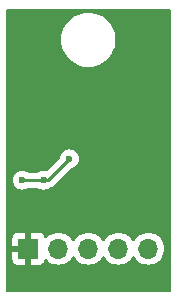
<source format=gbr>
%TF.GenerationSoftware,KiCad,Pcbnew,8.0.4-8.0.4-0~ubuntu22.04.1*%
%TF.CreationDate,2024-08-06T19:19:49+09:30*%
%TF.ProjectId,apds9306-65_breakout-board,61706473-3933-4303-962d-36355f627265,1.0*%
%TF.SameCoordinates,Original*%
%TF.FileFunction,Copper,L2,Bot*%
%TF.FilePolarity,Positive*%
%FSLAX46Y46*%
G04 Gerber Fmt 4.6, Leading zero omitted, Abs format (unit mm)*
G04 Created by KiCad (PCBNEW 8.0.4-8.0.4-0~ubuntu22.04.1) date 2024-08-06 19:19:49*
%MOMM*%
%LPD*%
G01*
G04 APERTURE LIST*
%TA.AperFunction,ComponentPad*%
%ADD10O,1.700000X1.700000*%
%TD*%
%TA.AperFunction,ComponentPad*%
%ADD11R,1.700000X1.700000*%
%TD*%
%TA.AperFunction,ViaPad*%
%ADD12C,0.600000*%
%TD*%
%TA.AperFunction,Conductor*%
%ADD13C,0.254000*%
%TD*%
G04 APERTURE END LIST*
D10*
%TO.P,J1,5,Pin_5*%
%TO.N,/~{INT}*%
X147160000Y-115180000D03*
%TO.P,J1,4,Pin_4*%
%TO.N,/SDA*%
X144620000Y-115180000D03*
%TO.P,J1,3,Pin_3*%
%TO.N,/SCL*%
X142080000Y-115180000D03*
%TO.P,J1,2,Pin_2*%
%TO.N,+3.3V*%
X139540000Y-115180000D03*
D11*
%TO.P,J1,1,Pin_1*%
%TO.N,GND*%
X137000000Y-115180000D03*
%TD*%
D12*
%TO.N,GND*%
X144580000Y-102380000D03*
X139480000Y-102380000D03*
X147580000Y-97480000D03*
X136580000Y-97380000D03*
%TO.N,+3.3V*%
X140480000Y-107580000D03*
%TO.N,GND*%
X143880000Y-109580000D03*
X145680000Y-104780000D03*
%TO.N,+3.3V*%
X136480000Y-109380000D03*
X138280000Y-109380000D03*
%TD*%
D13*
%TO.N,+3.3V*%
X138280000Y-109380000D02*
X138680000Y-109380000D01*
X138680000Y-109380000D02*
X140480000Y-107580000D01*
X136480000Y-109380000D02*
X138280000Y-109380000D01*
%TD*%
%TA.AperFunction,Conductor*%
%TO.N,GND*%
G36*
X149022539Y-94900185D02*
G01*
X149068294Y-94952989D01*
X149079500Y-95004500D01*
X149079500Y-118755500D01*
X149059815Y-118822539D01*
X149007011Y-118868294D01*
X148955500Y-118879500D01*
X135204500Y-118879500D01*
X135137461Y-118859815D01*
X135091706Y-118807011D01*
X135080500Y-118755500D01*
X135080500Y-114282155D01*
X135650000Y-114282155D01*
X135650000Y-114930000D01*
X136566988Y-114930000D01*
X136534075Y-114987007D01*
X136500000Y-115114174D01*
X136500000Y-115245826D01*
X136534075Y-115372993D01*
X136566988Y-115430000D01*
X135650000Y-115430000D01*
X135650000Y-116077844D01*
X135656401Y-116137372D01*
X135656403Y-116137379D01*
X135706645Y-116272086D01*
X135706649Y-116272093D01*
X135792809Y-116387187D01*
X135792812Y-116387190D01*
X135907906Y-116473350D01*
X135907913Y-116473354D01*
X136042620Y-116523596D01*
X136042627Y-116523598D01*
X136102155Y-116529999D01*
X136102172Y-116530000D01*
X136750000Y-116530000D01*
X136750000Y-115613012D01*
X136807007Y-115645925D01*
X136934174Y-115680000D01*
X137065826Y-115680000D01*
X137192993Y-115645925D01*
X137250000Y-115613012D01*
X137250000Y-116530000D01*
X137897828Y-116530000D01*
X137897844Y-116529999D01*
X137957372Y-116523598D01*
X137957379Y-116523596D01*
X138092086Y-116473354D01*
X138092093Y-116473350D01*
X138207187Y-116387190D01*
X138207190Y-116387187D01*
X138293350Y-116272093D01*
X138293354Y-116272086D01*
X138342422Y-116140529D01*
X138384293Y-116084595D01*
X138449757Y-116060178D01*
X138518030Y-116075030D01*
X138546285Y-116096181D01*
X138668599Y-116218495D01*
X138745135Y-116272086D01*
X138862165Y-116354032D01*
X138862167Y-116354033D01*
X138862170Y-116354035D01*
X139076337Y-116453903D01*
X139304592Y-116515063D01*
X139475319Y-116530000D01*
X139539999Y-116535659D01*
X139540000Y-116535659D01*
X139540001Y-116535659D01*
X139604681Y-116530000D01*
X139775408Y-116515063D01*
X140003663Y-116453903D01*
X140217830Y-116354035D01*
X140411401Y-116218495D01*
X140578495Y-116051401D01*
X140708425Y-115865842D01*
X140763002Y-115822217D01*
X140832500Y-115815023D01*
X140894855Y-115846546D01*
X140911575Y-115865842D01*
X141041500Y-116051395D01*
X141041505Y-116051401D01*
X141208599Y-116218495D01*
X141285135Y-116272086D01*
X141402165Y-116354032D01*
X141402167Y-116354033D01*
X141402170Y-116354035D01*
X141616337Y-116453903D01*
X141844592Y-116515063D01*
X142015319Y-116530000D01*
X142079999Y-116535659D01*
X142080000Y-116535659D01*
X142080001Y-116535659D01*
X142144681Y-116530000D01*
X142315408Y-116515063D01*
X142543663Y-116453903D01*
X142757830Y-116354035D01*
X142951401Y-116218495D01*
X143118495Y-116051401D01*
X143248425Y-115865842D01*
X143303002Y-115822217D01*
X143372500Y-115815023D01*
X143434855Y-115846546D01*
X143451575Y-115865842D01*
X143581500Y-116051395D01*
X143581505Y-116051401D01*
X143748599Y-116218495D01*
X143825135Y-116272086D01*
X143942165Y-116354032D01*
X143942167Y-116354033D01*
X143942170Y-116354035D01*
X144156337Y-116453903D01*
X144384592Y-116515063D01*
X144555319Y-116530000D01*
X144619999Y-116535659D01*
X144620000Y-116535659D01*
X144620001Y-116535659D01*
X144684681Y-116530000D01*
X144855408Y-116515063D01*
X145083663Y-116453903D01*
X145297830Y-116354035D01*
X145491401Y-116218495D01*
X145658495Y-116051401D01*
X145788425Y-115865842D01*
X145843002Y-115822217D01*
X145912500Y-115815023D01*
X145974855Y-115846546D01*
X145991575Y-115865842D01*
X146121500Y-116051395D01*
X146121505Y-116051401D01*
X146288599Y-116218495D01*
X146365135Y-116272086D01*
X146482165Y-116354032D01*
X146482167Y-116354033D01*
X146482170Y-116354035D01*
X146696337Y-116453903D01*
X146924592Y-116515063D01*
X147095319Y-116530000D01*
X147159999Y-116535659D01*
X147160000Y-116535659D01*
X147160001Y-116535659D01*
X147224681Y-116530000D01*
X147395408Y-116515063D01*
X147623663Y-116453903D01*
X147837830Y-116354035D01*
X148031401Y-116218495D01*
X148198495Y-116051401D01*
X148334035Y-115857830D01*
X148433903Y-115643663D01*
X148495063Y-115415408D01*
X148515659Y-115180000D01*
X148495063Y-114944592D01*
X148433903Y-114716337D01*
X148334035Y-114502171D01*
X148328425Y-114494158D01*
X148198494Y-114308597D01*
X148031402Y-114141506D01*
X148031395Y-114141501D01*
X147837834Y-114005967D01*
X147837830Y-114005965D01*
X147766727Y-113972809D01*
X147623663Y-113906097D01*
X147623659Y-113906096D01*
X147623655Y-113906094D01*
X147395413Y-113844938D01*
X147395403Y-113844936D01*
X147160001Y-113824341D01*
X147159999Y-113824341D01*
X146924596Y-113844936D01*
X146924586Y-113844938D01*
X146696344Y-113906094D01*
X146696335Y-113906098D01*
X146482171Y-114005964D01*
X146482169Y-114005965D01*
X146288597Y-114141505D01*
X146121505Y-114308597D01*
X145991575Y-114494158D01*
X145936998Y-114537783D01*
X145867500Y-114544977D01*
X145805145Y-114513454D01*
X145788425Y-114494158D01*
X145658494Y-114308597D01*
X145491402Y-114141506D01*
X145491395Y-114141501D01*
X145297834Y-114005967D01*
X145297830Y-114005965D01*
X145226727Y-113972809D01*
X145083663Y-113906097D01*
X145083659Y-113906096D01*
X145083655Y-113906094D01*
X144855413Y-113844938D01*
X144855403Y-113844936D01*
X144620001Y-113824341D01*
X144619999Y-113824341D01*
X144384596Y-113844936D01*
X144384586Y-113844938D01*
X144156344Y-113906094D01*
X144156335Y-113906098D01*
X143942171Y-114005964D01*
X143942169Y-114005965D01*
X143748597Y-114141505D01*
X143581505Y-114308597D01*
X143451575Y-114494158D01*
X143396998Y-114537783D01*
X143327500Y-114544977D01*
X143265145Y-114513454D01*
X143248425Y-114494158D01*
X143118494Y-114308597D01*
X142951402Y-114141506D01*
X142951395Y-114141501D01*
X142757834Y-114005967D01*
X142757830Y-114005965D01*
X142686727Y-113972809D01*
X142543663Y-113906097D01*
X142543659Y-113906096D01*
X142543655Y-113906094D01*
X142315413Y-113844938D01*
X142315403Y-113844936D01*
X142080001Y-113824341D01*
X142079999Y-113824341D01*
X141844596Y-113844936D01*
X141844586Y-113844938D01*
X141616344Y-113906094D01*
X141616335Y-113906098D01*
X141402171Y-114005964D01*
X141402169Y-114005965D01*
X141208597Y-114141505D01*
X141041505Y-114308597D01*
X140911575Y-114494158D01*
X140856998Y-114537783D01*
X140787500Y-114544977D01*
X140725145Y-114513454D01*
X140708425Y-114494158D01*
X140578494Y-114308597D01*
X140411402Y-114141506D01*
X140411395Y-114141501D01*
X140217834Y-114005967D01*
X140217830Y-114005965D01*
X140146727Y-113972809D01*
X140003663Y-113906097D01*
X140003659Y-113906096D01*
X140003655Y-113906094D01*
X139775413Y-113844938D01*
X139775403Y-113844936D01*
X139540001Y-113824341D01*
X139539999Y-113824341D01*
X139304596Y-113844936D01*
X139304586Y-113844938D01*
X139076344Y-113906094D01*
X139076335Y-113906098D01*
X138862171Y-114005964D01*
X138862169Y-114005965D01*
X138668600Y-114141503D01*
X138546284Y-114263819D01*
X138484961Y-114297303D01*
X138415269Y-114292319D01*
X138359336Y-114250447D01*
X138342421Y-114219470D01*
X138293354Y-114087913D01*
X138293350Y-114087906D01*
X138207190Y-113972812D01*
X138207187Y-113972809D01*
X138092093Y-113886649D01*
X138092086Y-113886645D01*
X137957379Y-113836403D01*
X137957372Y-113836401D01*
X137897844Y-113830000D01*
X137250000Y-113830000D01*
X137250000Y-114746988D01*
X137192993Y-114714075D01*
X137065826Y-114680000D01*
X136934174Y-114680000D01*
X136807007Y-114714075D01*
X136750000Y-114746988D01*
X136750000Y-113830000D01*
X136102155Y-113830000D01*
X136042627Y-113836401D01*
X136042620Y-113836403D01*
X135907913Y-113886645D01*
X135907906Y-113886649D01*
X135792812Y-113972809D01*
X135792809Y-113972812D01*
X135706649Y-114087906D01*
X135706645Y-114087913D01*
X135656403Y-114222620D01*
X135656401Y-114222627D01*
X135650000Y-114282155D01*
X135080500Y-114282155D01*
X135080500Y-109379996D01*
X135674435Y-109379996D01*
X135674435Y-109380003D01*
X135694630Y-109559249D01*
X135694631Y-109559254D01*
X135754211Y-109729523D01*
X135785933Y-109780008D01*
X135850184Y-109882262D01*
X135977738Y-110009816D01*
X136130478Y-110105789D01*
X136300745Y-110165368D01*
X136300750Y-110165369D01*
X136479996Y-110185565D01*
X136480000Y-110185565D01*
X136480004Y-110185565D01*
X136659249Y-110165369D01*
X136659252Y-110165368D01*
X136659255Y-110165368D01*
X136829522Y-110105789D01*
X136955700Y-110026505D01*
X137021672Y-110007500D01*
X137738328Y-110007500D01*
X137804299Y-110026505D01*
X137930478Y-110105789D01*
X138100745Y-110165368D01*
X138100750Y-110165369D01*
X138279996Y-110185565D01*
X138280000Y-110185565D01*
X138280004Y-110185565D01*
X138459249Y-110165369D01*
X138459252Y-110165368D01*
X138459255Y-110165368D01*
X138629522Y-110105789D01*
X138782262Y-110009816D01*
X138782266Y-110009811D01*
X138787034Y-110006816D01*
X138828815Y-109990192D01*
X138863035Y-109983386D01*
X138943784Y-109949937D01*
X138977233Y-109936083D01*
X139080008Y-109867411D01*
X139167411Y-109780008D01*
X140541567Y-108405850D01*
X140602888Y-108372367D01*
X140615345Y-108370315D01*
X140659255Y-108365368D01*
X140829522Y-108305789D01*
X140982262Y-108209816D01*
X141109816Y-108082262D01*
X141205789Y-107929522D01*
X141265368Y-107759255D01*
X141285565Y-107580000D01*
X141275171Y-107487752D01*
X141265369Y-107400750D01*
X141265368Y-107400745D01*
X141205788Y-107230476D01*
X141109815Y-107077737D01*
X140982262Y-106950184D01*
X140829523Y-106854211D01*
X140659254Y-106794631D01*
X140659249Y-106794630D01*
X140480004Y-106774435D01*
X140479996Y-106774435D01*
X140300750Y-106794630D01*
X140300745Y-106794631D01*
X140130476Y-106854211D01*
X139977737Y-106950184D01*
X139850184Y-107077737D01*
X139754210Y-107230478D01*
X139694632Y-107400745D01*
X139689686Y-107444637D01*
X139662618Y-107509051D01*
X139654147Y-107518432D01*
X138602275Y-108570304D01*
X138540952Y-108603789D01*
X138473642Y-108599665D01*
X138459258Y-108594632D01*
X138459253Y-108594631D01*
X138280004Y-108574435D01*
X138279996Y-108574435D01*
X138100750Y-108594630D01*
X138100745Y-108594631D01*
X137930476Y-108654211D01*
X137804300Y-108733494D01*
X137738328Y-108752500D01*
X137021672Y-108752500D01*
X136955700Y-108733494D01*
X136829523Y-108654211D01*
X136659254Y-108594631D01*
X136659249Y-108594630D01*
X136480004Y-108574435D01*
X136479996Y-108574435D01*
X136300750Y-108594630D01*
X136300745Y-108594631D01*
X136130476Y-108654211D01*
X135977737Y-108750184D01*
X135850184Y-108877737D01*
X135754211Y-109030476D01*
X135694631Y-109200745D01*
X135694630Y-109200750D01*
X135674435Y-109379996D01*
X135080500Y-109379996D01*
X135080500Y-97500000D01*
X139764564Y-97500000D01*
X139784287Y-97800918D01*
X139784288Y-97800930D01*
X139843118Y-98096683D01*
X139843122Y-98096698D01*
X139940053Y-98382247D01*
X139940062Y-98382268D01*
X140073431Y-98652713D01*
X140073435Y-98652720D01*
X140240973Y-98903459D01*
X140439810Y-99130189D01*
X140666540Y-99329026D01*
X140917279Y-99496564D01*
X140917286Y-99496568D01*
X141187731Y-99629937D01*
X141187736Y-99629939D01*
X141187748Y-99629945D01*
X141473309Y-99726880D01*
X141673251Y-99766651D01*
X141769069Y-99785711D01*
X141769070Y-99785711D01*
X141769080Y-99785713D01*
X142070000Y-99805436D01*
X142370920Y-99785713D01*
X142666691Y-99726880D01*
X142952252Y-99629945D01*
X143222718Y-99496566D01*
X143473461Y-99329025D01*
X143700189Y-99130189D01*
X143899025Y-98903461D01*
X144066566Y-98652718D01*
X144199945Y-98382252D01*
X144296880Y-98096691D01*
X144355713Y-97800920D01*
X144375436Y-97500000D01*
X144355713Y-97199080D01*
X144296880Y-96903309D01*
X144199945Y-96617748D01*
X144066566Y-96347282D01*
X143981681Y-96220242D01*
X143899026Y-96096540D01*
X143700189Y-95869810D01*
X143473459Y-95670973D01*
X143222720Y-95503435D01*
X143222713Y-95503431D01*
X142952268Y-95370062D01*
X142952247Y-95370053D01*
X142666698Y-95273122D01*
X142666692Y-95273120D01*
X142666691Y-95273120D01*
X142666689Y-95273119D01*
X142666683Y-95273118D01*
X142370930Y-95214288D01*
X142370921Y-95214287D01*
X142370920Y-95214287D01*
X142070000Y-95194564D01*
X141769080Y-95214287D01*
X141769079Y-95214287D01*
X141769069Y-95214288D01*
X141473316Y-95273118D01*
X141473301Y-95273122D01*
X141187752Y-95370053D01*
X141187731Y-95370062D01*
X140917286Y-95503431D01*
X140917279Y-95503435D01*
X140666540Y-95670973D01*
X140439810Y-95869810D01*
X140240973Y-96096540D01*
X140073435Y-96347279D01*
X140073431Y-96347286D01*
X139940062Y-96617731D01*
X139940053Y-96617752D01*
X139843122Y-96903301D01*
X139843118Y-96903316D01*
X139784288Y-97199069D01*
X139784287Y-97199081D01*
X139764564Y-97500000D01*
X135080500Y-97500000D01*
X135080500Y-95004500D01*
X135100185Y-94937461D01*
X135152989Y-94891706D01*
X135204500Y-94880500D01*
X148955500Y-94880500D01*
X149022539Y-94900185D01*
G37*
%TD.AperFunction*%
%TD*%
M02*

</source>
